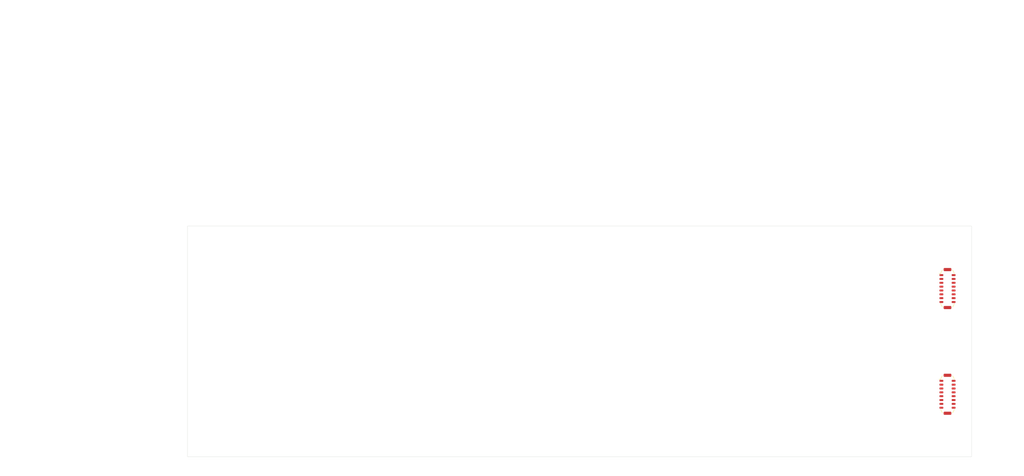
<source format=kicad_pcb>
(kicad_pcb (version 20241229) (generator "pcbnew") (generator_version "9.0")
  (layers (0 "F.Cu" signal) (2 "B.Cu" signal) (13 "F.Paste" user) (15 "B.Paste" user) (5 "F.SilkS" user "F.Silkscreen") (7 "B.SilkS" user "B.Silkscreen") (1 "F.Mask" user) (3 "B.Mask" user) (25 "Edge.Cuts" user))
  (net 0 "")
  (footprint "Connector_USB:USB_C_Plug_ShenzhenJingTuoJin_918-118A2021Y40002_Vertical" (layer "F.Cu") (at 233 79)
    (property "Reference" "REF**" (hide yes))
    (property "Value" "USB_C_Plug_ShenzhenJingTuoJin_918-118A2021Y40002_Vertical" (hide yes))
    (fp_line (start -1.74 -3.125) (end -1.4 -3.125) (stroke (width 0.12)) (layer "F.SilkS"))
    (fp_arc (start -1.4 -3.125) (mid -1.273005 -3.509002) (end -1.043045 -3.841725) (stroke (width 0.12)) (layer "F.SilkS"))
    (fp_arc (start -1.025 3.85) (mid -1.258743 3.520613) (end -1.389879 3.138598) (stroke (width 0.12)) (layer "F.SilkS"))
    (fp_arc (start 1.025 -3.85) (mid 1.258743 -3.520613) (end 1.389879 -3.138598) (stroke (width 0.12)) (layer "F.SilkS"))
    (fp_arc (start 1.4 3.125) (mid 1.273005 3.509002) (end 1.043045 3.841725) (stroke (width 0.12)) (layer "F.SilkS"))
    (pad "A1" smd roundrect (at -1.27 -2.8 90) (size 0.4 0.79) (layers "F.Cu" "F.Mask" "F.Paste"))
    (pad "A4" smd roundrect (at -1.27 -2 90) (size 0.4 0.79) (layers "F.Cu" "F.Mask" "F.Paste"))
    (pad "A5" smd roundrect (at -1.27 -1.2 90) (size 0.4 0.79) (layers "F.Cu" "F.Mask" "F.Paste"))
    (pad "A6" smd roundrect (at -1.27 -0.4 90) (size 0.4 0.79) (layers "F.Cu" "F.Mask" "F.Paste"))
    (pad "A7" smd roundrect (at -1.27 0.4 90) (size 0.4 0.79) (layers "F.Cu" "F.Mask" "F.Paste"))
    (pad "A8" smd roundrect (at -1.27 1.2 90) (size 0.4 0.79) (layers "F.Cu" "F.Mask" "F.Paste"))
    (pad "A9" smd roundrect (at -1.27 2 90) (size 0.4 0.79) (layers "F.Cu" "F.Mask" "F.Paste"))
    (pad "A12" smd roundrect (at -1.27 2.8 90) (size 0.4 0.79) (layers "F.Cu" "F.Mask" "F.Paste"))
    (pad "B1" smd roundrect (at 1.27 2.8 90) (size 0.4 0.79) (layers "F.Cu" "F.Mask" "F.Paste"))
    (pad "B4" smd roundrect (at 1.27 2 90) (size 0.4 0.79) (layers "F.Cu" "F.Mask" "F.Paste"))
    (pad "B5" smd roundrect (at 1.27 1.2 90) (size 0.4 0.79) (layers "F.Cu" "F.Mask" "F.Paste"))
    (pad "B6" smd roundrect (at 1.27 0.4 90) (size 0.4 0.79) (layers "F.Cu" "F.Mask" "F.Paste"))
    (pad "B7" smd roundrect (at 1.27 -0.4 90) (size 0.4 0.79) (layers "F.Cu" "F.Mask" "F.Paste"))
    (pad "B8" smd roundrect (at 1.27 -1.2 90) (size 0.4 0.79) (layers "F.Cu" "F.Mask" "F.Paste"))
    (pad "B9" smd roundrect (at 1.27 -2 90) (size 0.4 0.79) (layers "F.Cu" "F.Mask" "F.Paste"))
    (pad "B12" smd roundrect (at 1.27 -2.8 90) (size 0.4 0.79) (layers "F.Cu" "F.Mask" "F.Paste"))
    (pad "S1" smd roundrect (at 0 -3.95 90) (size 0.65 1.6) (layers "F.Cu" "F.Mask" "F.Paste"))
    (pad "S1" smd roundrect (at 0 3.95 90) (size 0.65 1.6) (layers "F.Cu" "F.Mask" "F.Paste"))
  )
  (footprint "Connector_USB:USB_C_Plug_ShenzhenJingTuoJin_918-118A2021Y40002_Vertical" (layer "F.Cu") (at 233 101)
    (property "Reference" "REF**" (hide yes))
    (property "Value" "USB_C_Plug_ShenzhenJingTuoJin_918-118A2021Y40002_Vertical" (hide yes))
    (fp_line (start -1.74 -3.125) (end -1.4 -3.125) (stroke (width 0.12)) (layer "F.SilkS"))
    (fp_arc (start -1.4 -3.125) (mid -1.273005 -3.509002) (end -1.043045 -3.841725) (stroke (width 0.12)) (layer "F.SilkS"))
    (fp_arc (start -1.025 3.85) (mid -1.258743 3.520613) (end -1.389879 3.138598) (stroke (width 0.12)) (layer "F.SilkS"))
    (fp_arc (start 1.025 -3.85) (mid 1.258743 -3.520613) (end 1.389879 -3.138598) (stroke (width 0.12)) (layer "F.SilkS"))
    (fp_arc (start 1.4 3.125) (mid 1.273005 3.509002) (end 1.043045 3.841725) (stroke (width 0.12)) (layer "F.SilkS"))
    (pad "A1" smd roundrect (at -1.27 -2.8 90) (size 0.4 0.79) (layers "F.Cu" "F.Mask" "F.Paste"))
    (pad "A4" smd roundrect (at -1.27 -2 90) (size 0.4 0.79) (layers "F.Cu" "F.Mask" "F.Paste"))
    (pad "A5" smd roundrect (at -1.27 -1.2 90) (size 0.4 0.79) (layers "F.Cu" "F.Mask" "F.Paste"))
    (pad "A6" smd roundrect (at -1.27 -0.4 90) (size 0.4 0.79) (layers "F.Cu" "F.Mask" "F.Paste"))
    (pad "A7" smd roundrect (at -1.27 0.4 90) (size 0.4 0.79) (layers "F.Cu" "F.Mask" "F.Paste"))
    (pad "A8" smd roundrect (at -1.27 1.2 90) (size 0.4 0.79) (layers "F.Cu" "F.Mask" "F.Paste"))
    (pad "A9" smd roundrect (at -1.27 2 90) (size 0.4 0.79) (layers "F.Cu" "F.Mask" "F.Paste"))
    (pad "A12" smd roundrect (at -1.27 2.8 90) (size 0.4 0.79) (layers "F.Cu" "F.Mask" "F.Paste"))
    (pad "B1" smd roundrect (at 1.27 2.8 90) (size 0.4 0.79) (layers "F.Cu" "F.Mask" "F.Paste"))
    (pad "B4" smd roundrect (at 1.27 2 90) (size 0.4 0.79) (layers "F.Cu" "F.Mask" "F.Paste"))
    (pad "B5" smd roundrect (at 1.27 1.2 90) (size 0.4 0.79) (layers "F.Cu" "F.Mask" "F.Paste"))
    (pad "B6" smd roundrect (at 1.27 0.4 90) (size 0.4 0.79) (layers "F.Cu" "F.Mask" "F.Paste"))
    (pad "B7" smd roundrect (at 1.27 -0.4 90) (size 0.4 0.79) (layers "F.Cu" "F.Mask" "F.Paste"))
    (pad "B8" smd roundrect (at 1.27 -1.2 90) (size 0.4 0.79) (layers "F.Cu" "F.Mask" "F.Paste"))
    (pad "B9" smd roundrect (at 1.27 -2 90) (size 0.4 0.79) (layers "F.Cu" "F.Mask" "F.Paste"))
    (pad "B12" smd roundrect (at 1.27 -2.8 90) (size 0.4 0.79) (layers "F.Cu" "F.Mask" "F.Paste"))
    (pad "S1" smd roundrect (at 0 -3.95 90) (size 0.65 1.6) (layers "F.Cu" "F.Mask" "F.Paste"))
    (pad "S1" smd roundrect (at 0 3.95 90) (size 0.65 1.6) (layers "F.Cu" "F.Mask" "F.Paste"))
  )
  (gr_rect (start 75 66) (end 238 114) (stroke (width 0.05)) (fill no) (layer "Edge.Cuts"))
)
</source>
